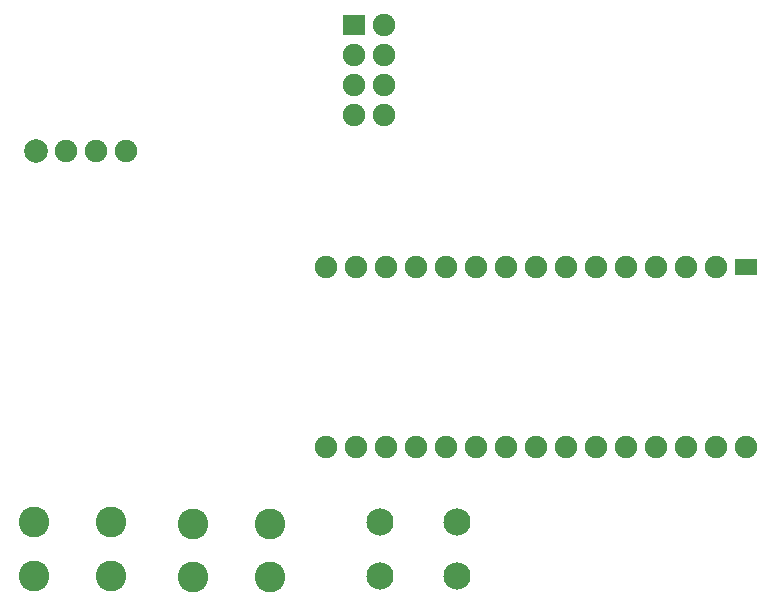
<source format=gbs>
G04 Layer: BottomSolderMaskLayer*
G04 EasyEDA v6.5.54, 2026-02-13 05:53:55*
G04 70323f53a5ba4409a2e903c6c44e9b96,20cc673dbd184c8ca6733993ffc9aab1,10*
G04 Gerber Generator version 0.2*
G04 Scale: 100 percent, Rotated: No, Reflected: No *
G04 Dimensions in millimeters *
G04 leading zeros omitted , absolute positions ,4 integer and 5 decimal *
%FSLAX45Y45*%
%MOMM*%

%AMMACRO1*4,1,8,-0.9211,-0.7049,-0.9508,-0.6749,-0.9508,0.6751,-0.9211,0.7049,0.9209,0.7049,0.9508,0.6751,0.9508,-0.6749,0.9209,-0.7049,-0.9211,-0.7049,0*%
%AMMACRO2*4,1,8,-0.921,-0.8048,-0.9507,-0.7748,-0.9507,0.7751,-0.921,0.8048,0.9207,0.8048,0.9507,0.7751,0.9507,-0.7748,0.9207,-0.8048,-0.921,-0.8048,0*%
%ADD10C,1.9000*%
%ADD11C,2.0000*%
%ADD12C,2.3016*%
%ADD13C,2.6016*%
%ADD14MACRO1*%
%ADD15C,1.9016*%
%ADD16MACRO2*%
%ADD17C,0.0197*%

%LPD*%
D10*
G01*
X2206091Y5816600D03*
D11*
G01*
X1952091Y5816600D03*
D10*
G01*
X2460091Y5816600D03*
G01*
X2714091Y5816600D03*
D12*
G01*
X4869179Y2677160D03*
G01*
X5519420Y2677160D03*
G01*
X4869179Y2225039D03*
G01*
X5519420Y2225039D03*
D13*
G01*
X3281679Y2664460D03*
G01*
X3931920Y2664460D03*
G01*
X3281679Y2212339D03*
G01*
X3931920Y2212339D03*
G01*
X1935479Y2677160D03*
G01*
X2585720Y2677160D03*
G01*
X1935479Y2225039D03*
G01*
X2585720Y2225039D03*
D14*
G01*
X7962887Y4838700D03*
D15*
G01*
X7708900Y4838700D03*
G01*
X7454900Y4838700D03*
G01*
X7200900Y4838700D03*
G01*
X6946900Y4838700D03*
G01*
X6692900Y4838700D03*
G01*
X6438900Y4838700D03*
G01*
X6184900Y4838700D03*
G01*
X5930900Y4838700D03*
G01*
X5676900Y4838700D03*
G01*
X5422900Y4838700D03*
G01*
X5168900Y4838700D03*
G01*
X4914900Y4838700D03*
G01*
X4660900Y4838700D03*
G01*
X4406900Y4838700D03*
G01*
X4406900Y3314700D03*
G01*
X4660900Y3314700D03*
G01*
X4914900Y3314700D03*
G01*
X5168900Y3314700D03*
G01*
X5422900Y3314700D03*
G01*
X5676900Y3314700D03*
G01*
X5930900Y3314700D03*
G01*
X6184900Y3314700D03*
G01*
X6438900Y3314700D03*
G01*
X6692900Y3314700D03*
G01*
X6946900Y3314700D03*
G01*
X7200900Y3314700D03*
G01*
X7454900Y3314700D03*
G01*
X7708900Y3314700D03*
G01*
X7962900Y3314700D03*
D16*
G01*
X4648200Y6883387D03*
D15*
G01*
X4902200Y6121400D03*
G01*
X4902200Y6375400D03*
G01*
X4902200Y6629400D03*
G01*
X4902200Y6883400D03*
G01*
X4648200Y6629400D03*
G01*
X4648200Y6375400D03*
G01*
X4648200Y6121400D03*
M02*

</source>
